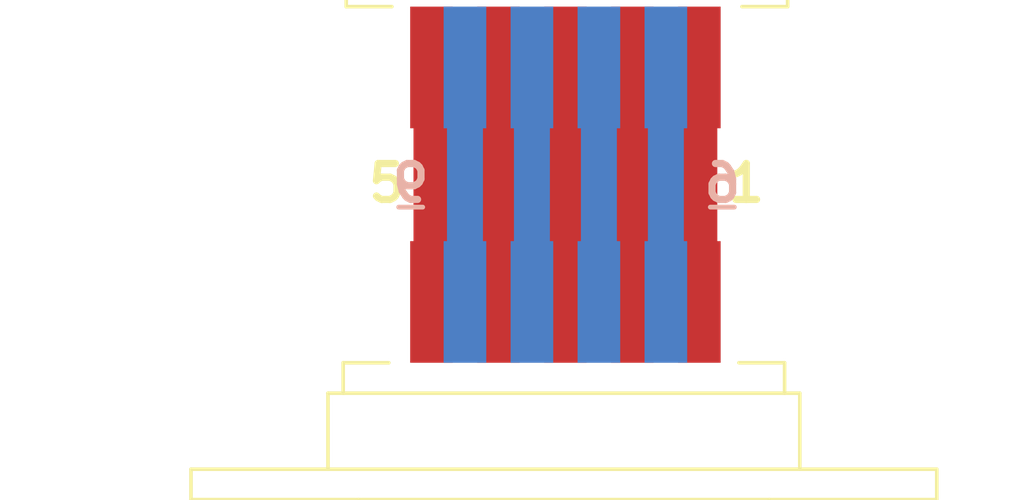
<source format=kicad_pcb>
(kicad_pcb (version 4) (host pcbnew 4.0.5)

  (general
    (links 9)
    (no_connects 0)
    (area 116.864287 87.786999 162.923458 127.340001)
    (thickness 1.6)
    (drawings 26)
    (tracks 9)
    (zones 0)
    (modules 2)
    (nets 10)
  )

  (page A4)
  (title_block
    (title "Passthrough DB9")
    (date 2017-08-14)
    (rev 1.0)
    (comment 1 "Licence: GPL V3, CC BY 4.0")
    (comment 2 "(C) 2017 Kuro68k")
  )

  (layers
    (0 F.Cu signal hide)
    (31 B.Cu signal hide)
    (32 B.Adhes user)
    (33 F.Adhes user)
    (34 B.Paste user)
    (35 F.Paste user)
    (36 B.SilkS user)
    (37 F.SilkS user)
    (38 B.Mask user)
    (39 F.Mask user)
    (40 Dwgs.User user)
    (41 Cmts.User user)
    (42 Eco1.User user)
    (43 Eco2.User user)
    (44 Edge.Cuts user)
    (45 Margin user)
    (46 B.CrtYd user)
    (47 F.CrtYd user)
    (48 B.Fab user)
    (49 F.Fab user)
  )

  (setup
    (last_trace_width 0.25)
    (user_trace_width 0.5)
    (user_trace_width 1)
    (user_trace_width 1.5)
    (trace_clearance 0.2)
    (zone_clearance 0.508)
    (zone_45_only no)
    (trace_min 0.2)
    (segment_width 0.2)
    (edge_width 0.15)
    (via_size 0.6)
    (via_drill 0.4)
    (via_min_size 0.4)
    (via_min_drill 0.3)
    (uvia_size 0.3)
    (uvia_drill 0.1)
    (uvias_allowed no)
    (uvia_min_size 0.2)
    (uvia_min_drill 0.1)
    (pcb_text_width 0.3)
    (pcb_text_size 1.5 1.5)
    (mod_edge_width 0.15)
    (mod_text_size 1 1)
    (mod_text_width 0.15)
    (pad_size 1.524 1.524)
    (pad_drill 0.762)
    (pad_to_mask_clearance 0.2)
    (aux_axis_origin 0 0)
    (visible_elements 7FFFFFFF)
    (pcbplotparams
      (layerselection 0x020f0_80000001)
      (usegerberextensions true)
      (excludeedgelayer true)
      (linewidth 0.100000)
      (plotframeref false)
      (viasonmask false)
      (mode 1)
      (useauxorigin false)
      (hpglpennumber 1)
      (hpglpenspeed 20)
      (hpglpendiameter 15)
      (hpglpenoverlay 2)
      (psnegative false)
      (psa4output false)
      (plotreference true)
      (plotvalue true)
      (plotinvisibletext false)
      (padsonsilk false)
      (subtractmaskfromsilk true)
      (outputformat 1)
      (mirror false)
      (drillshape 0)
      (scaleselection 1)
      (outputdirectory plot/))
  )

  (net 0 "")
  (net 1 "Net-(J1-Pad4)")
  (net 2 "Net-(J1-Pad3)")
  (net 3 "Net-(J1-Pad2)")
  (net 4 "Net-(J1-Pad1)")
  (net 5 "Net-(J1-Pad5)")
  (net 6 "Net-(J1-Pad6)")
  (net 7 "Net-(J1-Pad7)")
  (net 8 "Net-(J1-Pad8)")
  (net 9 "Net-(J1-Pad9)")

  (net_class Default "This is the default net class."
    (clearance 0.2)
    (trace_width 0.25)
    (via_dia 0.6)
    (via_drill 0.4)
    (uvia_dia 0.3)
    (uvia_drill 0.1)
    (add_net "Net-(J1-Pad1)")
    (add_net "Net-(J1-Pad2)")
    (add_net "Net-(J1-Pad3)")
    (add_net "Net-(J1-Pad4)")
    (add_net "Net-(J1-Pad5)")
    (add_net "Net-(J1-Pad6)")
    (add_net "Net-(J1-Pad7)")
    (add_net "Net-(J1-Pad8)")
    (add_net "Net-(J1-Pad9)")
  )

  (module Connectors:DB9F_CI (layer F.Cu) (tedit 0) (tstamp 59915A8C)
    (at 139.954 115 180)
    (descr "Connecteur DB9 femelle encarte")
    (tags "CONN DB9")
    (path /59915A5B)
    (fp_text reference J1 (at 0 -9.144 180) (layer F.SilkS)
      (effects (font (size 1 1) (thickness 0.15)))
    )
    (fp_text value DB9 (at 0 -3.048 180) (layer F.Fab)
      (effects (font (size 1 1) (thickness 0.15)))
    )
    (fp_line (start -8.509 -12.065) (end 8.636 -12.065) (layer F.SilkS) (width 0.15))
    (fp_line (start 9.271 -1.27) (end -9.144 -1.27) (layer F.SilkS) (width 0.15))
    (fp_line (start 9.906 -1.27) (end 9.271 -1.27) (layer F.SilkS) (width 0.15))
    (fp_line (start 9.906 -4.445) (end -9.779 -4.445) (layer F.SilkS) (width 0.15))
    (fp_line (start 15.621 -4.445) (end 9.906 -4.445) (layer F.SilkS) (width 0.15))
    (fp_line (start -15.494 -5.715) (end 15.621 -5.715) (layer F.SilkS) (width 0.15))
    (fp_line (start 8.636 -5.715) (end 8.636 -12.065) (layer F.SilkS) (width 0.15))
    (fp_line (start 15.621 -4.445) (end 15.621 -5.715) (layer F.SilkS) (width 0.15))
    (fp_line (start 9.906 -1.27) (end 9.906 -4.445) (layer F.SilkS) (width 0.15))
    (fp_line (start 7.366 0) (end 9.271 0) (layer F.SilkS) (width 0.15))
    (fp_line (start 9.271 0) (end 9.271 -1.27) (layer F.SilkS) (width 0.15))
    (fp_line (start -8.509 -5.715) (end -8.509 -12.065) (layer F.SilkS) (width 0.15))
    (fp_line (start -9.779 -4.445) (end -15.494 -4.445) (layer F.SilkS) (width 0.15))
    (fp_line (start -15.494 -4.445) (end -15.494 -5.715) (layer F.SilkS) (width 0.15))
    (fp_line (start -9.144 -1.27) (end -9.779 -1.27) (layer F.SilkS) (width 0.15))
    (fp_line (start -9.779 -1.27) (end -9.779 -4.445) (layer F.SilkS) (width 0.15))
    (fp_line (start -7.239 0) (end -9.144 0) (layer F.SilkS) (width 0.15))
    (fp_line (start -9.144 0) (end -9.144 -1.27) (layer F.SilkS) (width 0.15))
    (pad 4 connect rect (at 2.794 2.54 180) (size 1.778 5.08) (layers F.Cu F.Mask)
      (net 1 "Net-(J1-Pad4)"))
    (pad 3 connect rect (at 0 2.54 180) (size 1.778 5.08) (layers F.Cu F.Mask)
      (net 2 "Net-(J1-Pad3)"))
    (pad 2 connect rect (at -2.794 2.54 180) (size 1.778 5.08) (layers F.Cu F.Mask)
      (net 3 "Net-(J1-Pad2)"))
    (pad 1 connect rect (at -5.588 2.54 180) (size 1.778 5.08) (layers F.Cu F.Mask)
      (net 4 "Net-(J1-Pad1)"))
    (pad 5 connect rect (at 5.588 2.54 180) (size 1.778 5.08) (layers F.Cu F.Mask)
      (net 5 "Net-(J1-Pad5)"))
    (pad 6 connect rect (at -4.191 2.54 180) (size 1.778 5.08) (layers B.Cu B.Mask)
      (net 6 "Net-(J1-Pad6)"))
    (pad 7 connect rect (at -1.397 2.54 180) (size 1.778 5.08) (layers B.Cu B.Mask)
      (net 7 "Net-(J1-Pad7)"))
    (pad 8 connect rect (at 1.397 2.54 180) (size 1.778 5.08) (layers B.Cu B.Mask)
      (net 8 "Net-(J1-Pad8)"))
    (pad 9 connect rect (at 4.191 2.54 180) (size 1.778 5.08) (layers B.Cu B.Mask)
      (net 9 "Net-(J1-Pad9)"))
    (model Connect.3dshapes/DB9F_CI.wrl
      (at (xyz 0 0 -0.033))
      (scale (xyz 1 1 1))
      (rotate (xyz 90 180 0))
    )
  )

  (module Connectors:DB9M_CI (layer F.Cu) (tedit 0) (tstamp 59915AAB)
    (at 139.954 100)
    (descr "Connecteur DB9 male encarte")
    (tags "CONN DB9")
    (path /59915934)
    (fp_text reference J2 (at 0 -8.382) (layer F.SilkS)
      (effects (font (size 1 1) (thickness 0.15)))
    )
    (fp_text value DB9 (at 0 -3.048) (layer F.Fab)
      (effects (font (size 1 1) (thickness 0.15)))
    )
    (fp_line (start -8.509 -11.938) (end 8.636 -11.938) (layer F.SilkS) (width 0.15))
    (fp_line (start 9.271 -1.143) (end -9.144 -1.143) (layer F.SilkS) (width 0.15))
    (fp_line (start 9.906 -1.143) (end 9.271 -1.143) (layer F.SilkS) (width 0.15))
    (fp_line (start 9.906 -4.318) (end -9.779 -4.318) (layer F.SilkS) (width 0.15))
    (fp_line (start 15.621 -4.318) (end 9.906 -4.318) (layer F.SilkS) (width 0.15))
    (fp_line (start -15.494 -5.588) (end 15.621 -5.588) (layer F.SilkS) (width 0.15))
    (fp_line (start 8.636 -5.588) (end 8.636 -11.938) (layer F.SilkS) (width 0.15))
    (fp_line (start 15.621 -4.318) (end 15.621 -5.588) (layer F.SilkS) (width 0.15))
    (fp_line (start 9.906 -1.143) (end 9.906 -4.318) (layer F.SilkS) (width 0.15))
    (fp_line (start 7.366 0.127) (end 9.271 0.127) (layer F.SilkS) (width 0.15))
    (fp_line (start 9.271 0.127) (end 9.271 -1.143) (layer F.SilkS) (width 0.15))
    (fp_line (start -8.509 -5.588) (end -8.509 -11.938) (layer F.SilkS) (width 0.15))
    (fp_line (start -9.779 -4.318) (end -15.494 -4.318) (layer F.SilkS) (width 0.15))
    (fp_line (start -15.494 -4.318) (end -15.494 -5.588) (layer F.SilkS) (width 0.15))
    (fp_line (start -9.144 -1.143) (end -9.779 -1.143) (layer F.SilkS) (width 0.15))
    (fp_line (start -9.779 -1.143) (end -9.779 -4.318) (layer F.SilkS) (width 0.15))
    (fp_line (start -7.239 0.127) (end -9.144 0.127) (layer F.SilkS) (width 0.15))
    (fp_line (start -9.144 0.127) (end -9.144 -1.143) (layer F.SilkS) (width 0.15))
    (pad 2 connect rect (at 2.794 2.667) (size 1.778 5.08) (layers F.Cu F.Mask)
      (net 3 "Net-(J1-Pad2)"))
    (pad 3 connect rect (at 0 2.667) (size 1.778 5.08) (layers F.Cu F.Mask)
      (net 2 "Net-(J1-Pad3)"))
    (pad 4 connect rect (at -2.794 2.667) (size 1.778 5.08) (layers F.Cu F.Mask)
      (net 1 "Net-(J1-Pad4)"))
    (pad 5 connect rect (at -5.588 2.667) (size 1.778 5.08) (layers F.Cu F.Mask)
      (net 5 "Net-(J1-Pad5)"))
    (pad 1 connect rect (at 5.588 2.667) (size 1.778 5.08) (layers F.Cu F.Mask)
      (net 4 "Net-(J1-Pad1)"))
    (pad 9 connect rect (at -4.191 2.667) (size 1.778 5.08) (layers B.Cu B.Mask)
      (net 9 "Net-(J1-Pad9)"))
    (pad 8 connect rect (at -1.397 2.667) (size 1.778 5.08) (layers B.Cu B.Mask)
      (net 8 "Net-(J1-Pad8)"))
    (pad 7 connect rect (at 1.397 2.667) (size 1.778 5.08) (layers B.Cu B.Mask)
      (net 7 "Net-(J1-Pad7)"))
    (pad 6 connect rect (at 4.191 2.667) (size 1.778 5.08) (layers B.Cu B.Mask)
      (net 6 "Net-(J1-Pad6)"))
    (model Connect.3dshapes/DB9M_CI.wrl
      (at (xyz 0 0 -0.033))
      (scale (xyz 1 1 1))
      (rotate (xyz 90 180 0))
    )
  )

  (dimension 17 (width 0.3) (layer Cmts.User)
    (gr_text "17.000 mm" (at 140 121.35) (layer Cmts.User)
      (effects (font (size 1.5 1.5) (thickness 0.3)))
    )
    (feature1 (pts (xy 131.5 117.5) (xy 131.5 122.7)))
    (feature2 (pts (xy 148.5 117.5) (xy 148.5 122.7)))
    (crossbar (pts (xy 148.5 120) (xy 131.5 120)))
    (arrow1a (pts (xy 131.5 120) (xy 132.626504 119.413579)))
    (arrow1b (pts (xy 131.5 120) (xy 132.626504 120.586421)))
    (arrow2a (pts (xy 148.5 120) (xy 147.373496 119.413579)))
    (arrow2b (pts (xy 148.5 120) (xy 147.373496 120.586421)))
  )
  (gr_line (start 133 108.5) (end 134 108.5) (layer B.SilkS) (width 0.2))
  (gr_line (start 146 108.5) (end 147 108.5) (layer B.SilkS) (width 0.2))
  (gr_text 9 (at 133.5 107.5) (layer B.SilkS)
    (effects (font (size 1.5 1.5) (thickness 0.3)) (justify mirror))
  )
  (gr_text 6 (at 146.5 107.5) (layer B.SilkS)
    (effects (font (size 1.5 1.5) (thickness 0.3)) (justify mirror))
  )
  (gr_text 5 (at 132.5 107.5) (layer F.SilkS)
    (effects (font (size 1.5 1.5) (thickness 0.3)))
  )
  (gr_text 1 (at 147.5 107.5) (layer F.SilkS)
    (effects (font (size 1.5 1.5) (thickness 0.3)))
  )
  (gr_line (start 147.5 100) (end 132.5 100) (layer Margin) (width 0.2))
  (gr_line (start 132.5 115) (end 147.5 115) (layer Margin) (width 0.2))
  (gr_line (start 131.5 101) (end 131.5 114) (layer Margin) (width 0.2))
  (gr_line (start 148.5 101) (end 148.5 114) (layer Margin) (width 0.2))
  (gr_arc (start 132.5 114) (end 132.5 115) (angle 90) (layer Margin) (width 0.2) (tstamp 59915D86))
  (gr_arc (start 132.5 101) (end 131.5 101) (angle 90) (layer Margin) (width 0.2) (tstamp 59915D7F))
  (gr_arc (start 147.5 101) (end 147.5 100) (angle 90) (layer Margin) (width 0.2) (tstamp 59915D71))
  (gr_arc (start 147.5 114) (end 148.5 114) (angle 90) (layer Margin) (width 0.2))
  (gr_line (start 135.763 105.41) (end 135.763 109.728) (layer B.Mask) (width 1.8) (tstamp 59915C76))
  (gr_line (start 138.557 105.41) (end 138.557 109.728) (layer B.Mask) (width 1.8) (tstamp 59915C74))
  (gr_line (start 141.351 105.41) (end 141.351 109.728) (layer B.Mask) (width 1.8) (tstamp 59915C72))
  (gr_line (start 144.145 105.41) (end 144.145 109.728) (layer B.Mask) (width 1.8) (tstamp 59915C24))
  (gr_line (start 145.542 105.41) (end 145.542 109.728) (layer F.Mask) (width 1.8) (tstamp 59915C23))
  (gr_line (start 142.748 105.41) (end 142.748 109.728) (layer F.Mask) (width 1.8) (tstamp 59915C21))
  (gr_line (start 139.954 105.41) (end 139.954 109.728) (layer F.Mask) (width 1.8) (tstamp 59915C1F))
  (gr_line (start 137.16 105.41) (end 137.16 109.728) (layer F.Mask) (width 1.8) (tstamp 59915C1D))
  (gr_line (start 134.366 105.41) (end 134.366 109.728) (layer F.Mask) (width 1.8))
  (dimension 5 (width 0.3) (layer Cmts.User)
    (gr_text "5.000 mm" (at 122.65 107.5 270) (layer Cmts.User) (tstamp 59915F62)
      (effects (font (size 1.5 1.5) (thickness 0.3)))
    )
    (feature1 (pts (xy 128 110) (xy 121.3 110)))
    (feature2 (pts (xy 128 105) (xy 121.3 105)))
    (crossbar (pts (xy 124 105) (xy 124 110)))
    (arrow1a (pts (xy 124 110) (xy 123.413579 108.873496)))
    (arrow1b (pts (xy 124 110) (xy 124.586421 108.873496)))
    (arrow2a (pts (xy 124 105) (xy 123.413579 106.126504)))
    (arrow2b (pts (xy 124 105) (xy 124.586421 106.126504)))
  )
  (dimension 15 (width 0.3) (layer Cmts.User)
    (gr_text "15.000 mm" (at 156.423458 107.5 270) (layer Cmts.User)
      (effects (font (size 1.5 1.5) (thickness 0.3)))
    )
    (feature1 (pts (xy 152.073458 115) (xy 157.773458 115)))
    (feature2 (pts (xy 152.073458 100) (xy 157.773458 100)))
    (crossbar (pts (xy 155.073458 100) (xy 155.073458 115)))
    (arrow1a (pts (xy 155.073458 115) (xy 154.487037 113.873496)))
    (arrow1b (pts (xy 155.073458 115) (xy 155.659879 113.873496)))
    (arrow2a (pts (xy 155.073458 100) (xy 154.487037 101.126504)))
    (arrow2b (pts (xy 155.073458 100) (xy 155.659879 101.126504)))
  )

  (segment (start 137.16 102.667) (end 137.16 112.46) (width 1.5) (layer F.Cu) (net 1))
  (segment (start 139.954 102.667) (end 139.954 112.46) (width 1.5) (layer F.Cu) (net 2))
  (segment (start 142.748 102.667) (end 142.748 112.46) (width 1.5) (layer F.Cu) (net 3))
  (segment (start 145.542 102.667) (end 145.542 112.46) (width 1.5) (layer F.Cu) (net 4))
  (segment (start 134.366 102.667) (end 134.366 112.46) (width 1.5) (layer F.Cu) (net 5))
  (segment (start 144.145 102.667) (end 144.145 112.46) (width 1.5) (layer B.Cu) (net 6))
  (segment (start 141.351 102.667) (end 141.351 112.46) (width 1.5) (layer B.Cu) (net 7))
  (segment (start 138.557 102.667) (end 138.557 112.46) (width 1.5) (layer B.Cu) (net 8))
  (segment (start 135.763 102.667) (end 135.763 112.46) (width 1.5) (layer B.Cu) (net 9))

)

</source>
